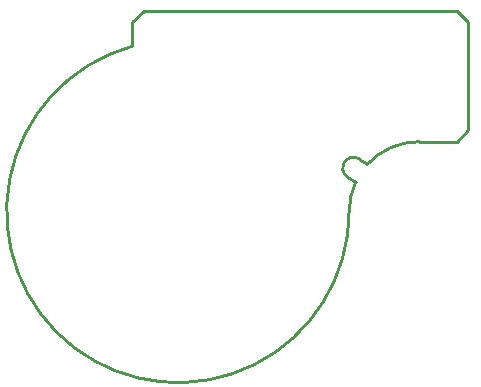
<source format=gbr>
%TF.GenerationSoftware,KiCad,Pcbnew,(6.0.1)*%
%TF.CreationDate,2022-03-24T22:12:31-07:00*%
%TF.ProjectId,CStick,43537469-636b-42e6-9b69-6361645f7063,rev?*%
%TF.SameCoordinates,Original*%
%TF.FileFunction,Profile,NP*%
%FSLAX46Y46*%
G04 Gerber Fmt 4.6, Leading zero omitted, Abs format (unit mm)*
G04 Created by KiCad (PCBNEW (6.0.1)) date 2022-03-24 22:12:31*
%MOMM*%
%LPD*%
G01*
G04 APERTURE LIST*
%TA.AperFunction,Profile*%
%ADD10C,0.250000*%
%TD*%
G04 APERTURE END LIST*
D10*
X173600000Y-83000000D02*
X147100000Y-83000000D01*
X170400000Y-94100000D02*
G75*
G03*
X166045610Y-96018883I-2J-5899998D01*
G01*
X147100000Y-83000000D02*
X146100000Y-84000000D01*
X164347382Y-97050563D02*
X165047893Y-97517069D01*
X174600000Y-84000000D02*
X173600000Y-83000000D01*
X165345100Y-95552378D02*
G75*
G03*
X164347382Y-97050563I-498858J-749093D01*
G01*
X166045610Y-96018883D02*
X165345100Y-95552378D01*
X173600000Y-94100000D02*
X174600000Y-93100000D01*
X165047893Y-97517069D02*
G75*
G03*
X164500000Y-100000000I5352096J-2482929D01*
G01*
X170400000Y-94100000D02*
X173600000Y-94100000D01*
X146100000Y-86034328D02*
G75*
G03*
X164500000Y-100000000I3900000J-13965672D01*
G01*
X146100000Y-84000000D02*
X146100000Y-86034328D01*
X174600000Y-93100000D02*
X174600000Y-84000000D01*
M02*

</source>
